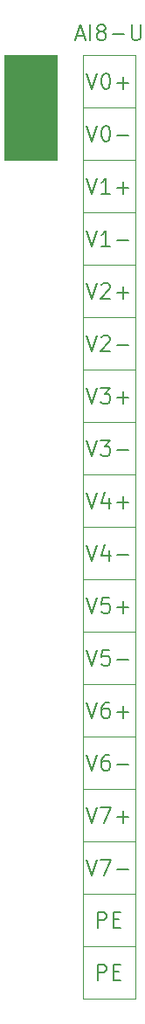
<source format=gbr>
%TF.GenerationSoftware,KiCad,Pcbnew,8.0.4-8.0.4-0~ubuntu22.04.1*%
%TF.CreationDate,2024-08-03T19:20:03+03:00*%
%TF.ProjectId,PM-AI8-U-front,504d2d41-4938-42d5-952d-66726f6e742e,rev?*%
%TF.SameCoordinates,Original*%
%TF.FileFunction,Legend,Top*%
%TF.FilePolarity,Positive*%
%FSLAX46Y46*%
G04 Gerber Fmt 4.6, Leading zero omitted, Abs format (unit mm)*
G04 Created by KiCad (PCBNEW 8.0.4-8.0.4-0~ubuntu22.04.1) date 2024-08-03 19:20:03*
%MOMM*%
%LPD*%
G01*
G04 APERTURE LIST*
%ADD10C,0.100000*%
%ADD11C,0.200000*%
%ADD12R,1.700000X1.700000*%
%ADD13O,1.700000X1.700000*%
G04 APERTURE END LIST*
D10*
X68580000Y-110490000D02*
X73660000Y-110490000D01*
X73660000Y-115570000D01*
X68580000Y-115570000D01*
X68580000Y-110490000D01*
X68580000Y-90170000D02*
X73660000Y-90170000D01*
X73660000Y-95250000D01*
X68580000Y-95250000D01*
X68580000Y-90170000D01*
X68580000Y-54610000D02*
X73660000Y-54610000D01*
X73660000Y-59690000D01*
X68580000Y-59690000D01*
X68580000Y-54610000D01*
X68580000Y-115570000D02*
X73660000Y-115570000D01*
X73660000Y-120650000D01*
X68580000Y-120650000D01*
X68580000Y-115570000D01*
X68580000Y-74930000D02*
X73660000Y-74930000D01*
X73660000Y-80010000D01*
X68580000Y-80010000D01*
X68580000Y-74930000D01*
X68580000Y-130810000D02*
X73660000Y-130810000D01*
X73660000Y-135890000D01*
X68580000Y-135890000D01*
X68580000Y-130810000D01*
X68580000Y-140970000D02*
X73660000Y-140970000D01*
X73660000Y-146050000D01*
X68580000Y-146050000D01*
X68580000Y-140970000D01*
X68580000Y-59690000D02*
X73660000Y-59690000D01*
X73660000Y-64770000D01*
X68580000Y-64770000D01*
X68580000Y-59690000D01*
X68580000Y-105410000D02*
X73660000Y-105410000D01*
X73660000Y-110490000D01*
X68580000Y-110490000D01*
X68580000Y-105410000D01*
X68580000Y-95250000D02*
X73660000Y-95250000D01*
X73660000Y-100330000D01*
X68580000Y-100330000D01*
X68580000Y-95250000D01*
X68580000Y-80010000D02*
X73660000Y-80010000D01*
X73660000Y-85090000D01*
X68580000Y-85090000D01*
X68580000Y-80010000D01*
X68580000Y-85090000D02*
X73660000Y-85090000D01*
X73660000Y-90170000D01*
X68580000Y-90170000D01*
X68580000Y-85090000D01*
X68580000Y-135890000D02*
X73660000Y-135890000D01*
X73660000Y-140970000D01*
X68580000Y-140970000D01*
X68580000Y-135890000D01*
X68580000Y-69850000D02*
X73660000Y-69850000D01*
X73660000Y-74930000D01*
X68580000Y-74930000D01*
X68580000Y-69850000D01*
X68580000Y-125730000D02*
X73660000Y-125730000D01*
X73660000Y-130810000D01*
X68580000Y-130810000D01*
X68580000Y-125730000D01*
X68580000Y-120650000D02*
X73660000Y-120650000D01*
X73660000Y-125730000D01*
X68580000Y-125730000D01*
X68580000Y-120650000D01*
X68580000Y-100330000D02*
X73660000Y-100330000D01*
X73660000Y-105410000D01*
X68580000Y-105410000D01*
X68580000Y-100330000D01*
X60960000Y-54610000D02*
X66040000Y-54610000D01*
X66040000Y-64770000D01*
X60960000Y-64770000D01*
X60960000Y-54610000D01*
G36*
X60960000Y-54610000D02*
G01*
X66040000Y-54610000D01*
X66040000Y-64770000D01*
X60960000Y-64770000D01*
X60960000Y-54610000D01*
G37*
X68580000Y-64770000D02*
X73660000Y-64770000D01*
X73660000Y-69850000D01*
X68580000Y-69850000D01*
X68580000Y-64770000D01*
D11*
X70048571Y-139113528D02*
X70048571Y-137613528D01*
X70048571Y-137613528D02*
X70620000Y-137613528D01*
X70620000Y-137613528D02*
X70762857Y-137684957D01*
X70762857Y-137684957D02*
X70834286Y-137756385D01*
X70834286Y-137756385D02*
X70905714Y-137899242D01*
X70905714Y-137899242D02*
X70905714Y-138113528D01*
X70905714Y-138113528D02*
X70834286Y-138256385D01*
X70834286Y-138256385D02*
X70762857Y-138327814D01*
X70762857Y-138327814D02*
X70620000Y-138399242D01*
X70620000Y-138399242D02*
X70048571Y-138399242D01*
X71548571Y-138327814D02*
X72048571Y-138327814D01*
X72262857Y-139113528D02*
X71548571Y-139113528D01*
X71548571Y-139113528D02*
X71548571Y-137613528D01*
X71548571Y-137613528D02*
X72262857Y-137613528D01*
X68977143Y-132533528D02*
X69477143Y-134033528D01*
X69477143Y-134033528D02*
X69977143Y-132533528D01*
X70334285Y-132533528D02*
X71334285Y-132533528D01*
X71334285Y-132533528D02*
X70691428Y-134033528D01*
X71905713Y-133462100D02*
X73048571Y-133462100D01*
X68977143Y-127453528D02*
X69477143Y-128953528D01*
X69477143Y-128953528D02*
X69977143Y-127453528D01*
X70334285Y-127453528D02*
X71334285Y-127453528D01*
X71334285Y-127453528D02*
X70691428Y-128953528D01*
X71905713Y-128382100D02*
X73048571Y-128382100D01*
X72477142Y-128953528D02*
X72477142Y-127810671D01*
X68977143Y-76653528D02*
X69477143Y-78153528D01*
X69477143Y-78153528D02*
X69977143Y-76653528D01*
X70405714Y-76796385D02*
X70477142Y-76724957D01*
X70477142Y-76724957D02*
X70620000Y-76653528D01*
X70620000Y-76653528D02*
X70977142Y-76653528D01*
X70977142Y-76653528D02*
X71120000Y-76724957D01*
X71120000Y-76724957D02*
X71191428Y-76796385D01*
X71191428Y-76796385D02*
X71262857Y-76939242D01*
X71262857Y-76939242D02*
X71262857Y-77082100D01*
X71262857Y-77082100D02*
X71191428Y-77296385D01*
X71191428Y-77296385D02*
X70334285Y-78153528D01*
X70334285Y-78153528D02*
X71262857Y-78153528D01*
X71905713Y-77582100D02*
X73048571Y-77582100D01*
X72477142Y-78153528D02*
X72477142Y-77010671D01*
X68977143Y-91893528D02*
X69477143Y-93393528D01*
X69477143Y-93393528D02*
X69977143Y-91893528D01*
X70334285Y-91893528D02*
X71262857Y-91893528D01*
X71262857Y-91893528D02*
X70762857Y-92464957D01*
X70762857Y-92464957D02*
X70977142Y-92464957D01*
X70977142Y-92464957D02*
X71120000Y-92536385D01*
X71120000Y-92536385D02*
X71191428Y-92607814D01*
X71191428Y-92607814D02*
X71262857Y-92750671D01*
X71262857Y-92750671D02*
X71262857Y-93107814D01*
X71262857Y-93107814D02*
X71191428Y-93250671D01*
X71191428Y-93250671D02*
X71120000Y-93322100D01*
X71120000Y-93322100D02*
X70977142Y-93393528D01*
X70977142Y-93393528D02*
X70548571Y-93393528D01*
X70548571Y-93393528D02*
X70405714Y-93322100D01*
X70405714Y-93322100D02*
X70334285Y-93250671D01*
X71905713Y-92822100D02*
X73048571Y-92822100D01*
X68977143Y-81733528D02*
X69477143Y-83233528D01*
X69477143Y-83233528D02*
X69977143Y-81733528D01*
X70405714Y-81876385D02*
X70477142Y-81804957D01*
X70477142Y-81804957D02*
X70620000Y-81733528D01*
X70620000Y-81733528D02*
X70977142Y-81733528D01*
X70977142Y-81733528D02*
X71120000Y-81804957D01*
X71120000Y-81804957D02*
X71191428Y-81876385D01*
X71191428Y-81876385D02*
X71262857Y-82019242D01*
X71262857Y-82019242D02*
X71262857Y-82162100D01*
X71262857Y-82162100D02*
X71191428Y-82376385D01*
X71191428Y-82376385D02*
X70334285Y-83233528D01*
X70334285Y-83233528D02*
X71262857Y-83233528D01*
X71905713Y-82662100D02*
X73048571Y-82662100D01*
X68977143Y-96973528D02*
X69477143Y-98473528D01*
X69477143Y-98473528D02*
X69977143Y-96973528D01*
X71120000Y-97473528D02*
X71120000Y-98473528D01*
X70762857Y-96902100D02*
X70405714Y-97973528D01*
X70405714Y-97973528D02*
X71334285Y-97973528D01*
X71905713Y-97902100D02*
X73048571Y-97902100D01*
X72477142Y-98473528D02*
X72477142Y-97330671D01*
X68977143Y-66493528D02*
X69477143Y-67993528D01*
X69477143Y-67993528D02*
X69977143Y-66493528D01*
X71262857Y-67993528D02*
X70405714Y-67993528D01*
X70834285Y-67993528D02*
X70834285Y-66493528D01*
X70834285Y-66493528D02*
X70691428Y-66707814D01*
X70691428Y-66707814D02*
X70548571Y-66850671D01*
X70548571Y-66850671D02*
X70405714Y-66922100D01*
X71905713Y-67422100D02*
X73048571Y-67422100D01*
X72477142Y-67993528D02*
X72477142Y-66850671D01*
X68977143Y-117293528D02*
X69477143Y-118793528D01*
X69477143Y-118793528D02*
X69977143Y-117293528D01*
X71120000Y-117293528D02*
X70834285Y-117293528D01*
X70834285Y-117293528D02*
X70691428Y-117364957D01*
X70691428Y-117364957D02*
X70620000Y-117436385D01*
X70620000Y-117436385D02*
X70477142Y-117650671D01*
X70477142Y-117650671D02*
X70405714Y-117936385D01*
X70405714Y-117936385D02*
X70405714Y-118507814D01*
X70405714Y-118507814D02*
X70477142Y-118650671D01*
X70477142Y-118650671D02*
X70548571Y-118722100D01*
X70548571Y-118722100D02*
X70691428Y-118793528D01*
X70691428Y-118793528D02*
X70977142Y-118793528D01*
X70977142Y-118793528D02*
X71120000Y-118722100D01*
X71120000Y-118722100D02*
X71191428Y-118650671D01*
X71191428Y-118650671D02*
X71262857Y-118507814D01*
X71262857Y-118507814D02*
X71262857Y-118150671D01*
X71262857Y-118150671D02*
X71191428Y-118007814D01*
X71191428Y-118007814D02*
X71120000Y-117936385D01*
X71120000Y-117936385D02*
X70977142Y-117864957D01*
X70977142Y-117864957D02*
X70691428Y-117864957D01*
X70691428Y-117864957D02*
X70548571Y-117936385D01*
X70548571Y-117936385D02*
X70477142Y-118007814D01*
X70477142Y-118007814D02*
X70405714Y-118150671D01*
X71905713Y-118222100D02*
X73048571Y-118222100D01*
X72477142Y-118793528D02*
X72477142Y-117650671D01*
X68977143Y-112213528D02*
X69477143Y-113713528D01*
X69477143Y-113713528D02*
X69977143Y-112213528D01*
X71191428Y-112213528D02*
X70477142Y-112213528D01*
X70477142Y-112213528D02*
X70405714Y-112927814D01*
X70405714Y-112927814D02*
X70477142Y-112856385D01*
X70477142Y-112856385D02*
X70620000Y-112784957D01*
X70620000Y-112784957D02*
X70977142Y-112784957D01*
X70977142Y-112784957D02*
X71120000Y-112856385D01*
X71120000Y-112856385D02*
X71191428Y-112927814D01*
X71191428Y-112927814D02*
X71262857Y-113070671D01*
X71262857Y-113070671D02*
X71262857Y-113427814D01*
X71262857Y-113427814D02*
X71191428Y-113570671D01*
X71191428Y-113570671D02*
X71120000Y-113642100D01*
X71120000Y-113642100D02*
X70977142Y-113713528D01*
X70977142Y-113713528D02*
X70620000Y-113713528D01*
X70620000Y-113713528D02*
X70477142Y-113642100D01*
X70477142Y-113642100D02*
X70405714Y-113570671D01*
X71905713Y-113142100D02*
X73048571Y-113142100D01*
X68977143Y-102053528D02*
X69477143Y-103553528D01*
X69477143Y-103553528D02*
X69977143Y-102053528D01*
X71120000Y-102553528D02*
X71120000Y-103553528D01*
X70762857Y-101982100D02*
X70405714Y-103053528D01*
X70405714Y-103053528D02*
X71334285Y-103053528D01*
X71905713Y-102982100D02*
X73048571Y-102982100D01*
X68977143Y-71573528D02*
X69477143Y-73073528D01*
X69477143Y-73073528D02*
X69977143Y-71573528D01*
X71262857Y-73073528D02*
X70405714Y-73073528D01*
X70834285Y-73073528D02*
X70834285Y-71573528D01*
X70834285Y-71573528D02*
X70691428Y-71787814D01*
X70691428Y-71787814D02*
X70548571Y-71930671D01*
X70548571Y-71930671D02*
X70405714Y-72002100D01*
X71905713Y-72502100D02*
X73048571Y-72502100D01*
X70048571Y-144193528D02*
X70048571Y-142693528D01*
X70048571Y-142693528D02*
X70620000Y-142693528D01*
X70620000Y-142693528D02*
X70762857Y-142764957D01*
X70762857Y-142764957D02*
X70834286Y-142836385D01*
X70834286Y-142836385D02*
X70905714Y-142979242D01*
X70905714Y-142979242D02*
X70905714Y-143193528D01*
X70905714Y-143193528D02*
X70834286Y-143336385D01*
X70834286Y-143336385D02*
X70762857Y-143407814D01*
X70762857Y-143407814D02*
X70620000Y-143479242D01*
X70620000Y-143479242D02*
X70048571Y-143479242D01*
X71548571Y-143407814D02*
X72048571Y-143407814D01*
X72262857Y-144193528D02*
X71548571Y-144193528D01*
X71548571Y-144193528D02*
X71548571Y-142693528D01*
X71548571Y-142693528D02*
X72262857Y-142693528D01*
X68977143Y-56333528D02*
X69477143Y-57833528D01*
X69477143Y-57833528D02*
X69977143Y-56333528D01*
X70762857Y-56333528D02*
X70905714Y-56333528D01*
X70905714Y-56333528D02*
X71048571Y-56404957D01*
X71048571Y-56404957D02*
X71120000Y-56476385D01*
X71120000Y-56476385D02*
X71191428Y-56619242D01*
X71191428Y-56619242D02*
X71262857Y-56904957D01*
X71262857Y-56904957D02*
X71262857Y-57262100D01*
X71262857Y-57262100D02*
X71191428Y-57547814D01*
X71191428Y-57547814D02*
X71120000Y-57690671D01*
X71120000Y-57690671D02*
X71048571Y-57762100D01*
X71048571Y-57762100D02*
X70905714Y-57833528D01*
X70905714Y-57833528D02*
X70762857Y-57833528D01*
X70762857Y-57833528D02*
X70620000Y-57762100D01*
X70620000Y-57762100D02*
X70548571Y-57690671D01*
X70548571Y-57690671D02*
X70477142Y-57547814D01*
X70477142Y-57547814D02*
X70405714Y-57262100D01*
X70405714Y-57262100D02*
X70405714Y-56904957D01*
X70405714Y-56904957D02*
X70477142Y-56619242D01*
X70477142Y-56619242D02*
X70548571Y-56476385D01*
X70548571Y-56476385D02*
X70620000Y-56404957D01*
X70620000Y-56404957D02*
X70762857Y-56333528D01*
X71905713Y-57262100D02*
X73048571Y-57262100D01*
X72477142Y-57833528D02*
X72477142Y-56690671D01*
X68977143Y-107133528D02*
X69477143Y-108633528D01*
X69477143Y-108633528D02*
X69977143Y-107133528D01*
X71191428Y-107133528D02*
X70477142Y-107133528D01*
X70477142Y-107133528D02*
X70405714Y-107847814D01*
X70405714Y-107847814D02*
X70477142Y-107776385D01*
X70477142Y-107776385D02*
X70620000Y-107704957D01*
X70620000Y-107704957D02*
X70977142Y-107704957D01*
X70977142Y-107704957D02*
X71120000Y-107776385D01*
X71120000Y-107776385D02*
X71191428Y-107847814D01*
X71191428Y-107847814D02*
X71262857Y-107990671D01*
X71262857Y-107990671D02*
X71262857Y-108347814D01*
X71262857Y-108347814D02*
X71191428Y-108490671D01*
X71191428Y-108490671D02*
X71120000Y-108562100D01*
X71120000Y-108562100D02*
X70977142Y-108633528D01*
X70977142Y-108633528D02*
X70620000Y-108633528D01*
X70620000Y-108633528D02*
X70477142Y-108562100D01*
X70477142Y-108562100D02*
X70405714Y-108490671D01*
X71905713Y-108062100D02*
X73048571Y-108062100D01*
X72477142Y-108633528D02*
X72477142Y-107490671D01*
X68977143Y-86813528D02*
X69477143Y-88313528D01*
X69477143Y-88313528D02*
X69977143Y-86813528D01*
X70334285Y-86813528D02*
X71262857Y-86813528D01*
X71262857Y-86813528D02*
X70762857Y-87384957D01*
X70762857Y-87384957D02*
X70977142Y-87384957D01*
X70977142Y-87384957D02*
X71120000Y-87456385D01*
X71120000Y-87456385D02*
X71191428Y-87527814D01*
X71191428Y-87527814D02*
X71262857Y-87670671D01*
X71262857Y-87670671D02*
X71262857Y-88027814D01*
X71262857Y-88027814D02*
X71191428Y-88170671D01*
X71191428Y-88170671D02*
X71120000Y-88242100D01*
X71120000Y-88242100D02*
X70977142Y-88313528D01*
X70977142Y-88313528D02*
X70548571Y-88313528D01*
X70548571Y-88313528D02*
X70405714Y-88242100D01*
X70405714Y-88242100D02*
X70334285Y-88170671D01*
X71905713Y-87742100D02*
X73048571Y-87742100D01*
X72477142Y-88313528D02*
X72477142Y-87170671D01*
X68977143Y-122373528D02*
X69477143Y-123873528D01*
X69477143Y-123873528D02*
X69977143Y-122373528D01*
X71120000Y-122373528D02*
X70834285Y-122373528D01*
X70834285Y-122373528D02*
X70691428Y-122444957D01*
X70691428Y-122444957D02*
X70620000Y-122516385D01*
X70620000Y-122516385D02*
X70477142Y-122730671D01*
X70477142Y-122730671D02*
X70405714Y-123016385D01*
X70405714Y-123016385D02*
X70405714Y-123587814D01*
X70405714Y-123587814D02*
X70477142Y-123730671D01*
X70477142Y-123730671D02*
X70548571Y-123802100D01*
X70548571Y-123802100D02*
X70691428Y-123873528D01*
X70691428Y-123873528D02*
X70977142Y-123873528D01*
X70977142Y-123873528D02*
X71120000Y-123802100D01*
X71120000Y-123802100D02*
X71191428Y-123730671D01*
X71191428Y-123730671D02*
X71262857Y-123587814D01*
X71262857Y-123587814D02*
X71262857Y-123230671D01*
X71262857Y-123230671D02*
X71191428Y-123087814D01*
X71191428Y-123087814D02*
X71120000Y-123016385D01*
X71120000Y-123016385D02*
X70977142Y-122944957D01*
X70977142Y-122944957D02*
X70691428Y-122944957D01*
X70691428Y-122944957D02*
X70548571Y-123016385D01*
X70548571Y-123016385D02*
X70477142Y-123087814D01*
X70477142Y-123087814D02*
X70405714Y-123230671D01*
X71905713Y-123302100D02*
X73048571Y-123302100D01*
X68977143Y-61413528D02*
X69477143Y-62913528D01*
X69477143Y-62913528D02*
X69977143Y-61413528D01*
X70762857Y-61413528D02*
X70905714Y-61413528D01*
X70905714Y-61413528D02*
X71048571Y-61484957D01*
X71048571Y-61484957D02*
X71120000Y-61556385D01*
X71120000Y-61556385D02*
X71191428Y-61699242D01*
X71191428Y-61699242D02*
X71262857Y-61984957D01*
X71262857Y-61984957D02*
X71262857Y-62342100D01*
X71262857Y-62342100D02*
X71191428Y-62627814D01*
X71191428Y-62627814D02*
X71120000Y-62770671D01*
X71120000Y-62770671D02*
X71048571Y-62842100D01*
X71048571Y-62842100D02*
X70905714Y-62913528D01*
X70905714Y-62913528D02*
X70762857Y-62913528D01*
X70762857Y-62913528D02*
X70620000Y-62842100D01*
X70620000Y-62842100D02*
X70548571Y-62770671D01*
X70548571Y-62770671D02*
X70477142Y-62627814D01*
X70477142Y-62627814D02*
X70405714Y-62342100D01*
X70405714Y-62342100D02*
X70405714Y-61984957D01*
X70405714Y-61984957D02*
X70477142Y-61699242D01*
X70477142Y-61699242D02*
X70548571Y-61556385D01*
X70548571Y-61556385D02*
X70620000Y-61484957D01*
X70620000Y-61484957D02*
X70762857Y-61413528D01*
X71905713Y-62342100D02*
X73048571Y-62342100D01*
X67977143Y-52717457D02*
X68691429Y-52717457D01*
X67834286Y-53146028D02*
X68334286Y-51646028D01*
X68334286Y-51646028D02*
X68834286Y-53146028D01*
X69334285Y-53146028D02*
X69334285Y-51646028D01*
X70262857Y-52288885D02*
X70120000Y-52217457D01*
X70120000Y-52217457D02*
X70048571Y-52146028D01*
X70048571Y-52146028D02*
X69977143Y-52003171D01*
X69977143Y-52003171D02*
X69977143Y-51931742D01*
X69977143Y-51931742D02*
X70048571Y-51788885D01*
X70048571Y-51788885D02*
X70120000Y-51717457D01*
X70120000Y-51717457D02*
X70262857Y-51646028D01*
X70262857Y-51646028D02*
X70548571Y-51646028D01*
X70548571Y-51646028D02*
X70691429Y-51717457D01*
X70691429Y-51717457D02*
X70762857Y-51788885D01*
X70762857Y-51788885D02*
X70834286Y-51931742D01*
X70834286Y-51931742D02*
X70834286Y-52003171D01*
X70834286Y-52003171D02*
X70762857Y-52146028D01*
X70762857Y-52146028D02*
X70691429Y-52217457D01*
X70691429Y-52217457D02*
X70548571Y-52288885D01*
X70548571Y-52288885D02*
X70262857Y-52288885D01*
X70262857Y-52288885D02*
X70120000Y-52360314D01*
X70120000Y-52360314D02*
X70048571Y-52431742D01*
X70048571Y-52431742D02*
X69977143Y-52574600D01*
X69977143Y-52574600D02*
X69977143Y-52860314D01*
X69977143Y-52860314D02*
X70048571Y-53003171D01*
X70048571Y-53003171D02*
X70120000Y-53074600D01*
X70120000Y-53074600D02*
X70262857Y-53146028D01*
X70262857Y-53146028D02*
X70548571Y-53146028D01*
X70548571Y-53146028D02*
X70691429Y-53074600D01*
X70691429Y-53074600D02*
X70762857Y-53003171D01*
X70762857Y-53003171D02*
X70834286Y-52860314D01*
X70834286Y-52860314D02*
X70834286Y-52574600D01*
X70834286Y-52574600D02*
X70762857Y-52431742D01*
X70762857Y-52431742D02*
X70691429Y-52360314D01*
X70691429Y-52360314D02*
X70548571Y-52288885D01*
X71477142Y-52574600D02*
X72620000Y-52574600D01*
X73334285Y-51646028D02*
X73334285Y-52860314D01*
X73334285Y-52860314D02*
X73405714Y-53003171D01*
X73405714Y-53003171D02*
X73477143Y-53074600D01*
X73477143Y-53074600D02*
X73620000Y-53146028D01*
X73620000Y-53146028D02*
X73905714Y-53146028D01*
X73905714Y-53146028D02*
X74048571Y-53074600D01*
X74048571Y-53074600D02*
X74120000Y-53003171D01*
X74120000Y-53003171D02*
X74191428Y-52860314D01*
X74191428Y-52860314D02*
X74191428Y-51646028D01*
%LPC*%
D12*
%TO.C,J2*%
X66040000Y-96520000D03*
D13*
X63500000Y-96520000D03*
X66040000Y-99060000D03*
X63500000Y-99060000D03*
X66040000Y-101600000D03*
X63500000Y-101600000D03*
X66040000Y-104140000D03*
X63500000Y-104140000D03*
%TD*%
%LPD*%
M02*

</source>
